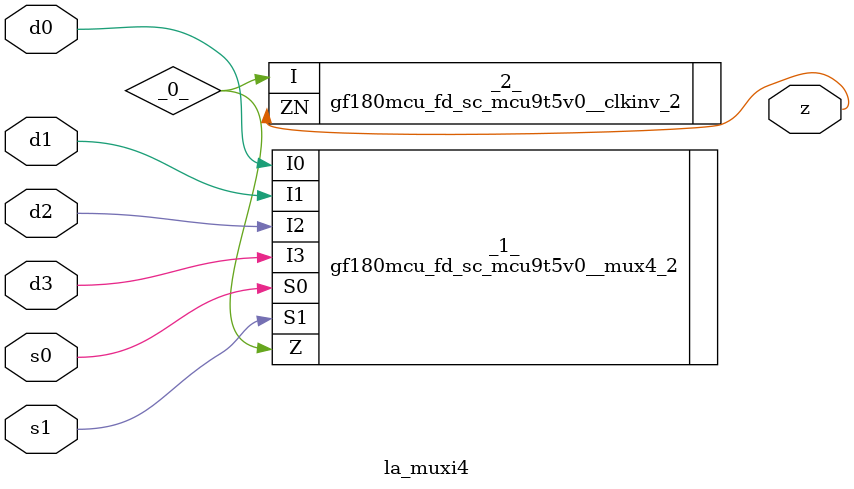
<source format=v>

/* Generated by Yosys 0.44 (git sha1 80ba43d26, g++ 11.4.0-1ubuntu1~22.04 -fPIC -O3) */

(* top =  1  *)
(* src = "inputs/la_muxi4.v:10.1-24.10" *)
module la_muxi4 (
    d0,
    d1,
    d2,
    d3,
    s0,
    s1,
    z
);
  wire _0_;
  (* src = "inputs/la_muxi4.v:13.12-13.14" *)
  input d0;
  wire d0;
  (* src = "inputs/la_muxi4.v:14.12-14.14" *)
  input d1;
  wire d1;
  (* src = "inputs/la_muxi4.v:15.12-15.14" *)
  input d2;
  wire d2;
  (* src = "inputs/la_muxi4.v:16.12-16.14" *)
  input d3;
  wire d3;
  (* src = "inputs/la_muxi4.v:17.12-17.14" *)
  input s0;
  wire s0;
  (* src = "inputs/la_muxi4.v:18.12-18.14" *)
  input s1;
  wire s1;
  (* src = "inputs/la_muxi4.v:19.12-19.13" *)
  output z;
  wire z;
  gf180mcu_fd_sc_mcu9t5v0__mux4_2 _1_ (
      .I0(d0),
      .I1(d1),
      .I2(d2),
      .I3(d3),
      .S0(s0),
      .S1(s1),
      .Z (_0_)
  );
  gf180mcu_fd_sc_mcu9t5v0__clkinv_2 _2_ (
      .I (_0_),
      .ZN(z)
  );
endmodule

</source>
